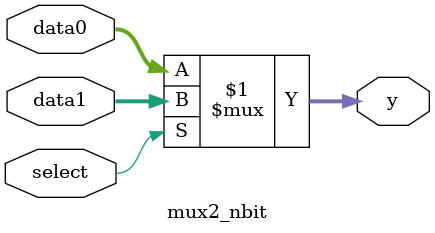
<source format=v>
module mux2_nbit(y, data1, data0, select);
  parameter wsize = 4;
  output [wsize - 1:0] y;
  input [wsize - 1:0] data1, data0;
  input select;

  assign y = select ? data1 : data0;
endmodule


</source>
